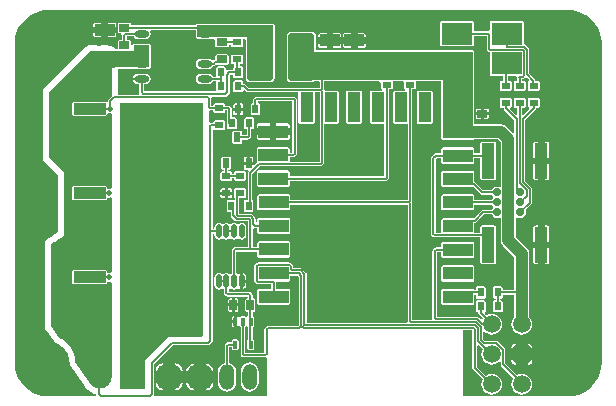
<source format=gtl>
G04 Layer_Physical_Order=1*
G04 Layer_Color=255*
%FSAX44Y44*%
%MOMM*%
G71*
G01*
G75*
G04:AMPARAMS|DCode=10|XSize=0.95mm|YSize=2.65mm|CornerRadius=0.0048mm|HoleSize=0mm|Usage=FLASHONLY|Rotation=90.000|XOffset=0mm|YOffset=0mm|HoleType=Round|Shape=RoundedRectangle|*
%AMROUNDEDRECTD10*
21,1,0.9500,2.6405,0,0,90.0*
21,1,0.9405,2.6500,0,0,90.0*
1,1,0.0095,1.3202,0.4703*
1,1,0.0095,1.3202,-0.4703*
1,1,0.0095,-1.3202,-0.4703*
1,1,0.0095,-1.3202,0.4703*
%
%ADD10ROUNDEDRECTD10*%
G04:AMPARAMS|DCode=11|XSize=5.55mm|YSize=6.8mm|CornerRadius=0.0278mm|HoleSize=0mm|Usage=FLASHONLY|Rotation=90.000|XOffset=0mm|YOffset=0mm|HoleType=Round|Shape=RoundedRectangle|*
%AMROUNDEDRECTD11*
21,1,5.5500,6.7445,0,0,90.0*
21,1,5.4945,6.8000,0,0,90.0*
1,1,0.0555,3.3723,2.7473*
1,1,0.0555,3.3723,-2.7473*
1,1,0.0555,-3.3723,-2.7473*
1,1,0.0555,-3.3723,2.7473*
%
%ADD11ROUNDEDRECTD11*%
G04:AMPARAMS|DCode=12|XSize=0.75mm|YSize=0.55mm|CornerRadius=0.0028mm|HoleSize=0mm|Usage=FLASHONLY|Rotation=180.000|XOffset=0mm|YOffset=0mm|HoleType=Round|Shape=RoundedRectangle|*
%AMROUNDEDRECTD12*
21,1,0.7500,0.5445,0,0,180.0*
21,1,0.7445,0.5500,0,0,180.0*
1,1,0.0055,-0.3723,0.2722*
1,1,0.0055,0.3723,0.2722*
1,1,0.0055,0.3723,-0.2722*
1,1,0.0055,-0.3723,-0.2722*
%
%ADD12ROUNDEDRECTD12*%
G04:AMPARAMS|DCode=13|XSize=0.75mm|YSize=0.55mm|CornerRadius=0.0028mm|HoleSize=0mm|Usage=FLASHONLY|Rotation=270.000|XOffset=0mm|YOffset=0mm|HoleType=Round|Shape=RoundedRectangle|*
%AMROUNDEDRECTD13*
21,1,0.7500,0.5445,0,0,270.0*
21,1,0.7445,0.5500,0,0,270.0*
1,1,0.0055,-0.2722,-0.3723*
1,1,0.0055,-0.2722,0.3723*
1,1,0.0055,0.2722,0.3723*
1,1,0.0055,0.2722,-0.3723*
%
%ADD13ROUNDEDRECTD13*%
G04:AMPARAMS|DCode=14|XSize=0.55mm|YSize=0.8mm|CornerRadius=0.0028mm|HoleSize=0mm|Usage=FLASHONLY|Rotation=180.000|XOffset=0mm|YOffset=0mm|HoleType=Round|Shape=RoundedRectangle|*
%AMROUNDEDRECTD14*
21,1,0.5500,0.7945,0,0,180.0*
21,1,0.5445,0.8000,0,0,180.0*
1,1,0.0055,-0.2722,0.3972*
1,1,0.0055,0.2722,0.3972*
1,1,0.0055,0.2722,-0.3972*
1,1,0.0055,-0.2722,-0.3972*
%
%ADD14ROUNDEDRECTD14*%
G04:AMPARAMS|DCode=15|XSize=0.35mm|YSize=0.6mm|CornerRadius=0.0018mm|HoleSize=0mm|Usage=FLASHONLY|Rotation=0.000|XOffset=0mm|YOffset=0mm|HoleType=Round|Shape=RoundedRectangle|*
%AMROUNDEDRECTD15*
21,1,0.3500,0.5965,0,0,0.0*
21,1,0.3465,0.6000,0,0,0.0*
1,1,0.0035,0.1732,-0.2983*
1,1,0.0035,-0.1732,-0.2983*
1,1,0.0035,-0.1732,0.2983*
1,1,0.0035,0.1732,0.2983*
%
%ADD15ROUNDEDRECTD15*%
G04:AMPARAMS|DCode=16|XSize=3mm|YSize=1.1mm|CornerRadius=0.055mm|HoleSize=0mm|Usage=FLASHONLY|Rotation=270.000|XOffset=0mm|YOffset=0mm|HoleType=Round|Shape=RoundedRectangle|*
%AMROUNDEDRECTD16*
21,1,3.0000,0.9900,0,0,270.0*
21,1,2.8900,1.1000,0,0,270.0*
1,1,0.1100,-0.4950,-1.4450*
1,1,0.1100,-0.4950,1.4450*
1,1,0.1100,0.4950,1.4450*
1,1,0.1100,0.4950,-1.4450*
%
%ADD16ROUNDEDRECTD16*%
G04:AMPARAMS|DCode=17|XSize=1.9mm|YSize=2.6mm|CornerRadius=0.0095mm|HoleSize=0mm|Usage=FLASHONLY|Rotation=90.000|XOffset=0mm|YOffset=0mm|HoleType=Round|Shape=RoundedRectangle|*
%AMROUNDEDRECTD17*
21,1,1.9000,2.5810,0,0,90.0*
21,1,1.8810,2.6000,0,0,90.0*
1,1,0.0190,1.2905,0.9405*
1,1,0.0190,1.2905,-0.9405*
1,1,0.0190,-1.2905,-0.9405*
1,1,0.0190,-1.2905,0.9405*
%
%ADD17ROUNDEDRECTD17*%
G04:AMPARAMS|DCode=18|XSize=0.85mm|YSize=0.6mm|CornerRadius=0.003mm|HoleSize=0mm|Usage=FLASHONLY|Rotation=180.000|XOffset=0mm|YOffset=0mm|HoleType=Round|Shape=RoundedRectangle|*
%AMROUNDEDRECTD18*
21,1,0.8500,0.5940,0,0,180.0*
21,1,0.8440,0.6000,0,0,180.0*
1,1,0.0060,-0.4220,0.2970*
1,1,0.0060,0.4220,0.2970*
1,1,0.0060,0.4220,-0.2970*
1,1,0.0060,-0.4220,-0.2970*
%
%ADD18ROUNDEDRECTD18*%
G04:AMPARAMS|DCode=19|XSize=0.85mm|YSize=0.6mm|CornerRadius=0.003mm|HoleSize=0mm|Usage=FLASHONLY|Rotation=90.000|XOffset=0mm|YOffset=0mm|HoleType=Round|Shape=RoundedRectangle|*
%AMROUNDEDRECTD19*
21,1,0.8500,0.5940,0,0,90.0*
21,1,0.8440,0.6000,0,0,90.0*
1,1,0.0060,0.2970,0.4220*
1,1,0.0060,0.2970,-0.4220*
1,1,0.0060,-0.2970,-0.4220*
1,1,0.0060,-0.2970,0.4220*
%
%ADD19ROUNDEDRECTD19*%
%ADD20O,0.5000X1.1500*%
G04:AMPARAMS|DCode=21|XSize=1.1mm|YSize=2.5mm|CornerRadius=0.0055mm|HoleSize=0mm|Usage=FLASHONLY|Rotation=270.000|XOffset=0mm|YOffset=0mm|HoleType=Round|Shape=RoundedRectangle|*
%AMROUNDEDRECTD21*
21,1,1.1000,2.4890,0,0,270.0*
21,1,1.0890,2.5000,0,0,270.0*
1,1,0.0110,-1.2445,-0.5445*
1,1,0.0110,-1.2445,0.5445*
1,1,0.0110,1.2445,0.5445*
1,1,0.0110,1.2445,-0.5445*
%
%ADD21ROUNDEDRECTD21*%
G04:AMPARAMS|DCode=22|XSize=1.1mm|YSize=2.5mm|CornerRadius=0.0055mm|HoleSize=0mm|Usage=FLASHONLY|Rotation=0.000|XOffset=0mm|YOffset=0mm|HoleType=Round|Shape=RoundedRectangle|*
%AMROUNDEDRECTD22*
21,1,1.1000,2.4890,0,0,0.0*
21,1,1.0890,2.5000,0,0,0.0*
1,1,0.0110,0.5445,-1.2445*
1,1,0.0110,-0.5445,-1.2445*
1,1,0.0110,-0.5445,1.2445*
1,1,0.0110,0.5445,1.2445*
%
%ADD22ROUNDEDRECTD22*%
G04:AMPARAMS|DCode=23|XSize=4mm|YSize=2.2mm|CornerRadius=0.22mm|HoleSize=0mm|Usage=FLASHONLY|Rotation=90.000|XOffset=0mm|YOffset=0mm|HoleType=Round|Shape=RoundedRectangle|*
%AMROUNDEDRECTD23*
21,1,4.0000,1.7600,0,0,90.0*
21,1,3.5600,2.2000,0,0,90.0*
1,1,0.4400,0.8800,1.7800*
1,1,0.4400,0.8800,-1.7800*
1,1,0.4400,-0.8800,-1.7800*
1,1,0.4400,-0.8800,1.7800*
%
%ADD23ROUNDEDRECTD23*%
G04:AMPARAMS|DCode=24|XSize=1.65mm|YSize=0.95mm|CornerRadius=0.0048mm|HoleSize=0mm|Usage=FLASHONLY|Rotation=180.000|XOffset=0mm|YOffset=0mm|HoleType=Round|Shape=RoundedRectangle|*
%AMROUNDEDRECTD24*
21,1,1.6500,0.9405,0,0,180.0*
21,1,1.6405,0.9500,0,0,180.0*
1,1,0.0095,-0.8203,0.4703*
1,1,0.0095,0.8203,0.4703*
1,1,0.0095,0.8203,-0.4703*
1,1,0.0095,-0.8203,-0.4703*
%
%ADD24ROUNDEDRECTD24*%
%ADD25O,1.2500X0.6000*%
%ADD26C,0.1270*%
%ADD27C,0.1524*%
%ADD28C,0.2032*%
%ADD29C,1.0160*%
%ADD30R,1.2236X0.2540*%
G04:AMPARAMS|DCode=31|XSize=1.27mm|YSize=2.2mm|CornerRadius=0.635mm|HoleSize=0mm|Usage=FLASHONLY|Rotation=0.000|XOffset=0mm|YOffset=0mm|HoleType=Round|Shape=RoundedRectangle|*
%AMROUNDEDRECTD31*
21,1,1.2700,0.9300,0,0,0.0*
21,1,0.0000,2.2000,0,0,0.0*
1,1,1.2700,0.0000,-0.4650*
1,1,1.2700,0.0000,-0.4650*
1,1,1.2700,0.0000,0.4650*
1,1,1.2700,0.0000,0.4650*
%
%ADD31ROUNDEDRECTD31*%
G04:AMPARAMS|DCode=32|XSize=2mm|YSize=2mm|CornerRadius=0.5mm|HoleSize=0mm|Usage=FLASHONLY|Rotation=0.000|XOffset=0mm|YOffset=0mm|HoleType=Round|Shape=RoundedRectangle|*
%AMROUNDEDRECTD32*
21,1,2.0000,1.0000,0,0,0.0*
21,1,1.0000,2.0000,0,0,0.0*
1,1,1.0000,0.5000,-0.5000*
1,1,1.0000,-0.5000,-0.5000*
1,1,1.0000,-0.5000,0.5000*
1,1,1.0000,0.5000,0.5000*
%
%ADD32ROUNDEDRECTD32*%
%ADD33C,3.5000*%
%ADD34O,3.0000X2.0000*%
%ADD35C,1.5000*%
G04:AMPARAMS|DCode=36|XSize=1.5mm|YSize=1.5mm|CornerRadius=0.15mm|HoleSize=0mm|Usage=FLASHONLY|Rotation=180.000|XOffset=0mm|YOffset=0mm|HoleType=Round|Shape=RoundedRectangle|*
%AMROUNDEDRECTD36*
21,1,1.5000,1.2000,0,0,180.0*
21,1,1.2000,1.5000,0,0,180.0*
1,1,0.3000,-0.6000,0.6000*
1,1,0.3000,0.6000,0.6000*
1,1,0.3000,0.6000,-0.6000*
1,1,0.3000,-0.6000,-0.6000*
%
%ADD36ROUNDEDRECTD36*%
G04:AMPARAMS|DCode=37|XSize=2mm|YSize=2mm|CornerRadius=0.2mm|HoleSize=0mm|Usage=FLASHONLY|Rotation=0.000|XOffset=0mm|YOffset=0mm|HoleType=Round|Shape=RoundedRectangle|*
%AMROUNDEDRECTD37*
21,1,2.0000,1.6000,0,0,0.0*
21,1,1.6000,2.0000,0,0,0.0*
1,1,0.4000,0.8000,-0.8000*
1,1,0.4000,-0.8000,-0.8000*
1,1,0.4000,-0.8000,0.8000*
1,1,0.4000,0.8000,0.8000*
%
%ADD37ROUNDEDRECTD37*%
%ADD38C,2.0000*%
%ADD39C,0.7000*%
%ADD40C,0.5000*%
G36*
X10474263Y10328213D02*
X10478621Y10327166D01*
X10482761Y10325450D01*
X10486583Y10323109D01*
X10489991Y10320198D01*
X10492903Y10316790D01*
X10495244Y10312968D01*
X10496960Y10308827D01*
X10498007Y10304469D01*
X10498259Y10301261D01*
X10498281Y10300000D01*
D01*
X10498282Y10298732D01*
Y10030000D01*
X10498346Y10029846D01*
X10498007Y10025532D01*
X10496960Y10021173D01*
X10495245Y10017032D01*
X10492903Y10013210D01*
X10489991Y10009802D01*
X10486583Y10006891D01*
X10482761Y10004550D01*
X10478621Y10002834D01*
X10474263Y10001788D01*
X10471055Y10001535D01*
X10469794Y10001512D01*
D01*
X10468525Y10001512D01*
X10380845D01*
Y10057190D01*
X10388710D01*
Y10025698D01*
X10388857Y10024954D01*
X10389279Y10024324D01*
X10397528Y10016075D01*
X10396649Y10013953D01*
X10396348Y10011664D01*
X10396649Y10009374D01*
X10397533Y10007241D01*
X10398939Y10005409D01*
X10400770Y10004003D01*
X10402904Y10003120D01*
X10405193Y10002819D01*
X10407483Y10003120D01*
X10409617Y10004003D01*
X10411448Y10005409D01*
X10412854Y10007241D01*
X10413738Y10009374D01*
X10414039Y10011664D01*
X10413738Y10013953D01*
X10412854Y10016087D01*
X10411448Y10017919D01*
X10409617Y10019324D01*
X10407483Y10020208D01*
X10405193Y10020510D01*
X10402904Y10020208D01*
X10400770Y10019324D01*
X10400205Y10018891D01*
X10392594Y10026502D01*
Y10044297D01*
X10393767Y10044783D01*
X10397395Y10041155D01*
X10396649Y10039354D01*
X10396348Y10037064D01*
X10396649Y10034775D01*
X10397533Y10032641D01*
X10398939Y10030809D01*
X10400770Y10029404D01*
X10402904Y10028520D01*
X10405193Y10028218D01*
X10407483Y10028520D01*
X10409617Y10029404D01*
X10411385Y10030762D01*
X10411825Y10030690D01*
X10412656Y10030408D01*
Y10028421D01*
X10412804Y10027678D01*
X10413225Y10027048D01*
X10423477Y10016796D01*
X10422933Y10016087D01*
X10422050Y10013953D01*
X10421748Y10011664D01*
X10422050Y10009374D01*
X10422933Y10007241D01*
X10424338Y10005409D01*
X10426171Y10004003D01*
X10428304Y10003120D01*
X10430593Y10002819D01*
X10432883Y10003120D01*
X10435016Y10004003D01*
X10436848Y10005409D01*
X10438254Y10007241D01*
X10439138Y10009374D01*
X10439438Y10011664D01*
X10439138Y10013953D01*
X10438254Y10016087D01*
X10436848Y10017919D01*
X10435016Y10019324D01*
X10432883Y10020208D01*
X10430593Y10020510D01*
X10428304Y10020208D01*
X10426362Y10019404D01*
X10416541Y10029225D01*
Y10040959D01*
X10416393Y10041703D01*
X10415972Y10042333D01*
X10410463Y10047842D01*
X10409833Y10048264D01*
X10409089Y10048411D01*
X10399225D01*
X10397675Y10049962D01*
Y10055881D01*
X10398877Y10056290D01*
X10398939Y10056209D01*
X10400770Y10054803D01*
X10402904Y10053920D01*
X10405193Y10053618D01*
X10407483Y10053920D01*
X10409617Y10054803D01*
X10411448Y10056209D01*
X10412854Y10058041D01*
X10413738Y10060175D01*
X10414039Y10062464D01*
X10413738Y10064753D01*
X10412854Y10066887D01*
X10411448Y10068719D01*
X10409617Y10070125D01*
X10407483Y10071008D01*
X10405193Y10071310D01*
X10402904Y10071008D01*
X10400770Y10070125D01*
X10400493Y10069911D01*
X10399117Y10071287D01*
X10399415Y10072784D01*
X10399507Y10072822D01*
X10399918Y10073815D01*
Y10081260D01*
X10399507Y10082253D01*
X10398513Y10082665D01*
X10393069D01*
X10392075Y10082253D01*
X10391664Y10081260D01*
Y10073815D01*
X10392075Y10072822D01*
X10393069Y10072411D01*
X10393849D01*
Y10071866D01*
X10393997Y10071123D01*
X10394418Y10070493D01*
X10397355Y10067556D01*
X10397057Y10066808D01*
X10395665Y10066525D01*
X10394065Y10068126D01*
X10393435Y10068546D01*
X10392692Y10068694D01*
X10358793D01*
Y10123602D01*
X10362543D01*
Y10120099D01*
X10362963Y10119085D01*
X10363977Y10118665D01*
X10388866D01*
X10389880Y10119085D01*
X10390300Y10120099D01*
Y10130989D01*
X10389880Y10132003D01*
X10388866Y10132423D01*
X10363977D01*
X10362963Y10132003D01*
X10362543Y10130989D01*
Y10127487D01*
X10357700D01*
X10357700Y10127487D01*
X10356957Y10127338D01*
X10356327Y10126917D01*
X10355476Y10126068D01*
X10355055Y10125437D01*
X10354907Y10124694D01*
Y10067798D01*
X10354982Y10067424D01*
X10354396Y10066414D01*
X10354130Y10066154D01*
X10337964D01*
Y10164547D01*
X10337816Y10165290D01*
X10337567Y10165663D01*
X10337869Y10166115D01*
X10338016Y10166858D01*
Y10261183D01*
X10339797D01*
X10340790Y10261594D01*
X10341201Y10262587D01*
Y10268032D01*
X10341246Y10268099D01*
X10362601Y10268099D01*
X10362601Y10230955D01*
X10362543Y10230811D01*
Y10219921D01*
X10362963Y10218907D01*
X10363977Y10218487D01*
X10388866D01*
X10389844Y10218892D01*
X10410214D01*
X10412860Y10216246D01*
Y10178851D01*
X10411740Y10178253D01*
X10411289Y10178553D01*
X10409427Y10178923D01*
X10407567Y10178553D01*
X10405989Y10177499D01*
X10404989Y10176002D01*
X10397950D01*
X10391752Y10182202D01*
X10391122Y10182623D01*
X10390378Y10182770D01*
X10390300D01*
Y10190933D01*
X10389880Y10191947D01*
X10388866Y10192367D01*
X10363977D01*
X10362963Y10191947D01*
X10362543Y10190933D01*
Y10180043D01*
X10362963Y10179029D01*
X10363977Y10178609D01*
X10388866D01*
X10389535Y10178885D01*
X10389574D01*
X10395773Y10172687D01*
X10396403Y10172266D01*
X10397146Y10172118D01*
X10404989D01*
X10405989Y10170621D01*
X10406165Y10170504D01*
Y10169234D01*
X10405989Y10169117D01*
X10404989Y10167620D01*
X10390300D01*
Y10171121D01*
X10389880Y10172135D01*
X10388866Y10172555D01*
X10363977D01*
X10362963Y10172135D01*
X10362543Y10171121D01*
Y10160231D01*
X10362963Y10159217D01*
X10363977Y10158797D01*
X10388866D01*
X10389880Y10159217D01*
X10390300Y10160231D01*
Y10163736D01*
X10404989D01*
X10405989Y10162239D01*
X10406165Y10162122D01*
Y10160852D01*
X10405989Y10160735D01*
X10404989Y10159238D01*
X10397834D01*
X10397091Y10159091D01*
X10396461Y10158669D01*
X10396460Y10158669D01*
X10389828Y10152036D01*
X10389347D01*
X10388866Y10152235D01*
X10363977D01*
X10362963Y10151815D01*
X10362543Y10150801D01*
Y10139911D01*
X10362531Y10139893D01*
X10357776D01*
Y10202375D01*
X10358759Y10203358D01*
X10362543D01*
Y10199855D01*
X10362963Y10198841D01*
X10363977Y10198421D01*
X10388866D01*
X10389880Y10198841D01*
X10390300Y10199855D01*
Y10203358D01*
X10395363D01*
Y10186320D01*
X10395504Y10185610D01*
X10395906Y10185008D01*
X10396508Y10184606D01*
X10397218Y10184464D01*
X10407118D01*
X10407828Y10184606D01*
X10408430Y10185008D01*
X10408833Y10185610D01*
X10408973Y10186320D01*
Y10215220D01*
X10408833Y10215930D01*
X10408430Y10216532D01*
X10407828Y10216934D01*
X10407118Y10217076D01*
X10397218D01*
X10396508Y10216934D01*
X10395906Y10216532D01*
X10395504Y10215930D01*
X10395363Y10215220D01*
Y10207242D01*
X10390300D01*
Y10210745D01*
X10389880Y10211759D01*
X10388866Y10212179D01*
X10363977D01*
X10362963Y10211759D01*
X10362543Y10210745D01*
Y10207242D01*
X10357954D01*
X10357211Y10207095D01*
X10356581Y10206674D01*
X10354460Y10204553D01*
X10354039Y10203923D01*
X10353892Y10203180D01*
Y10138918D01*
X10354039Y10138174D01*
X10354460Y10137545D01*
X10355427Y10136578D01*
X10355427Y10136578D01*
X10356057Y10136157D01*
X10356801Y10136009D01*
X10356801Y10136009D01*
X10395363D01*
Y10115320D01*
X10395504Y10114610D01*
X10395906Y10114008D01*
X10396508Y10113605D01*
X10397218Y10113464D01*
X10407118D01*
X10407828Y10113605D01*
X10408430Y10114008D01*
X10408833Y10114610D01*
X10408973Y10115320D01*
Y10144220D01*
X10408833Y10144930D01*
X10408430Y10145532D01*
X10407828Y10145934D01*
X10407118Y10146075D01*
X10397218D01*
X10396508Y10145934D01*
X10395906Y10145532D01*
X10395504Y10144930D01*
X10395363Y10144220D01*
Y10139893D01*
X10390312D01*
X10390300Y10139911D01*
Y10148152D01*
X10390632D01*
X10391376Y10148300D01*
X10392006Y10148721D01*
X10398639Y10155354D01*
X10404989D01*
X10405989Y10153857D01*
X10407567Y10152803D01*
X10409427Y10152433D01*
X10411289Y10152803D01*
X10411740Y10153104D01*
X10412860Y10152505D01*
Y10133545D01*
X10413352Y10131067D01*
X10414756Y10128967D01*
X10424119Y10119603D01*
Y10091253D01*
X10414418D01*
Y10093033D01*
X10414006Y10094026D01*
X10413014Y10094437D01*
X10407568D01*
X10406576Y10094026D01*
X10406165Y10093033D01*
Y10085588D01*
X10406576Y10084595D01*
X10407568Y10084183D01*
X10408348D01*
Y10082665D01*
X10407568D01*
X10406576Y10082253D01*
X10406165Y10081260D01*
Y10073815D01*
X10406576Y10072822D01*
X10407568Y10072411D01*
X10413014D01*
X10414006Y10072822D01*
X10414418Y10073815D01*
Y10081260D01*
X10414006Y10082253D01*
X10413014Y10082665D01*
X10412234D01*
Y10084183D01*
X10413014D01*
X10414006Y10084595D01*
X10414418Y10085588D01*
Y10087368D01*
X10424119D01*
Y10068433D01*
X10422933Y10066887D01*
X10422050Y10064753D01*
X10421748Y10062464D01*
X10422050Y10060175D01*
X10422933Y10058041D01*
X10424338Y10056209D01*
X10426171Y10054803D01*
X10428304Y10053920D01*
X10430593Y10053618D01*
X10432883Y10053920D01*
X10435016Y10054803D01*
X10436848Y10056209D01*
X10438254Y10058041D01*
X10439138Y10060175D01*
X10439438Y10062464D01*
X10439138Y10064753D01*
X10438254Y10066887D01*
X10437068Y10068433D01*
Y10122285D01*
X10436575Y10124763D01*
X10435171Y10126863D01*
X10425808Y10136226D01*
Y10152505D01*
X10426929Y10153104D01*
X10427379Y10152803D01*
X10429240Y10152433D01*
X10431101Y10152803D01*
X10432679Y10153857D01*
X10433733Y10155435D01*
X10434104Y10157296D01*
X10433752Y10159061D01*
X10438558Y10163868D01*
X10438979Y10164498D01*
X10439127Y10165241D01*
Y10177351D01*
X10439127Y10177351D01*
X10438979Y10178094D01*
X10438558Y10178724D01*
X10433341Y10183942D01*
Y10235522D01*
X10442004Y10244186D01*
X10442004Y10244186D01*
X10442426Y10244816D01*
X10442573Y10245559D01*
Y10245818D01*
X10444354D01*
X10445347Y10246229D01*
X10445758Y10247223D01*
Y10252667D01*
X10445347Y10253661D01*
X10444354Y10254072D01*
X10436909D01*
X10435916Y10253661D01*
X10435504Y10252667D01*
Y10247223D01*
X10435916Y10246229D01*
X10436511Y10245983D01*
X10436970Y10244645D01*
X10431975Y10239650D01*
X10430801Y10240135D01*
Y10245818D01*
X10432582D01*
X10433574Y10246229D01*
X10433986Y10247223D01*
Y10252667D01*
X10433574Y10253661D01*
X10432582Y10254072D01*
X10425137D01*
X10424143Y10253661D01*
X10423732Y10252667D01*
Y10247223D01*
X10424143Y10246229D01*
X10425137Y10245818D01*
X10426917D01*
Y10240135D01*
X10425743Y10239650D01*
X10420748Y10244645D01*
X10421206Y10245983D01*
X10421802Y10246229D01*
X10422213Y10247223D01*
Y10252667D01*
X10421802Y10253661D01*
X10420809Y10254072D01*
X10413364D01*
X10412371Y10253661D01*
X10411959Y10252667D01*
Y10247223D01*
X10412371Y10246229D01*
X10413364Y10245818D01*
X10415144D01*
Y10245559D01*
X10415292Y10244816D01*
X10415713Y10244186D01*
X10424376Y10235522D01*
Y10224838D01*
X10423107Y10224312D01*
X10417474Y10229944D01*
X10415374Y10231348D01*
X10412896Y10231840D01*
X10390293D01*
X10390293Y10293096D01*
X10389891Y10294069D01*
X10388918Y10294470D01*
X10256370D01*
Y10300087D01*
X10256370D01*
Y10305486D01*
X10256370D01*
Y10306360D01*
X10256100Y10307714D01*
X10255333Y10308861D01*
X10254186Y10309628D01*
X10252831Y10309897D01*
X10235231D01*
X10233878Y10309628D01*
X10232729Y10308861D01*
X10231963Y10307714D01*
X10231694Y10306360D01*
Y10270759D01*
X10231963Y10269406D01*
X10232729Y10268258D01*
X10233878Y10267491D01*
X10235231Y10267222D01*
X10252831D01*
X10254186Y10267491D01*
X10255095Y10268099D01*
X10258480Y10268099D01*
X10259379Y10267201D01*
Y10262551D01*
X10259368Y10262542D01*
X10199651D01*
X10196934Y10265260D01*
X10196303Y10265680D01*
X10195560Y10265829D01*
X10194636D01*
Y10267609D01*
X10194224Y10268601D01*
X10193231Y10269012D01*
X10187786D01*
X10186793Y10268601D01*
X10186382Y10267609D01*
Y10260164D01*
X10186793Y10259170D01*
X10187786Y10258759D01*
X10193231D01*
X10194224Y10259170D01*
X10194636Y10260164D01*
Y10260267D01*
X10195906Y10260793D01*
X10197474Y10259226D01*
X10198104Y10258805D01*
X10198847Y10258657D01*
X10241515D01*
X10241526Y10258639D01*
Y10233749D01*
X10241946Y10232735D01*
X10242960Y10232315D01*
X10253850D01*
X10254865Y10232735D01*
X10255284Y10233749D01*
Y10258639D01*
X10255297Y10258657D01*
X10259368D01*
X10259379Y10258646D01*
Y10200092D01*
X10234103D01*
X10234091Y10200109D01*
Y10203611D01*
X10236796D01*
X10237539Y10203760D01*
X10238170Y10204180D01*
X10239605Y10205616D01*
X10239605Y10205616D01*
X10240027Y10206247D01*
X10240175Y10206990D01*
X10240175Y10206990D01*
Y10252456D01*
X10240027Y10253199D01*
X10239605Y10253829D01*
X10239605Y10253829D01*
X10238843Y10254591D01*
X10238214Y10255012D01*
X10237470Y10255160D01*
X10205974D01*
X10205231Y10255012D01*
X10204601Y10254591D01*
X10203723Y10253713D01*
X10203301Y10253083D01*
X10203154Y10252340D01*
Y10249543D01*
X10202374D01*
X10201381Y10249132D01*
X10200969Y10248138D01*
Y10240695D01*
X10201381Y10239701D01*
X10202374Y10239290D01*
X10207819D01*
X10208812Y10239701D01*
X10209223Y10240695D01*
Y10248138D01*
X10208812Y10249132D01*
X10207819Y10249543D01*
X10207039D01*
Y10251276D01*
X10236290D01*
Y10207795D01*
X10235991Y10207496D01*
X10234091D01*
Y10210999D01*
X10233671Y10212013D01*
X10232656Y10212433D01*
X10207767D01*
X10206752Y10212013D01*
X10206332Y10210999D01*
Y10200109D01*
X10206635Y10199378D01*
X10204573Y10197316D01*
X10204305Y10197427D01*
X10199273D01*
X10195146D01*
Y10194724D01*
X10195557Y10193731D01*
X10196550Y10193320D01*
X10198917D01*
X10199404Y10192146D01*
X10199266Y10192009D01*
X10198845Y10191379D01*
X10198698Y10190636D01*
Y10167921D01*
X10196572D01*
X10195579Y10167510D01*
X10195168Y10166517D01*
Y10159072D01*
X10195579Y10158079D01*
X10196572Y10157667D01*
X10202017D01*
X10203010Y10158079D01*
X10203422Y10159072D01*
Y10166517D01*
X10203010Y10167510D01*
X10202582Y10167687D01*
Y10189832D01*
X10208958Y10196207D01*
X10260378D01*
X10261122Y10196354D01*
X10261753Y10196776D01*
X10262694Y10197717D01*
X10263115Y10198347D01*
X10263263Y10199091D01*
Y10232303D01*
X10263280Y10232315D01*
X10274170D01*
X10275184Y10232735D01*
X10275604Y10233749D01*
Y10258639D01*
X10275184Y10259653D01*
X10274170Y10260073D01*
X10264021D01*
X10263721Y10260382D01*
X10263174Y10261299D01*
X10263263Y10261747D01*
X10263263Y10261747D01*
Y10268099D01*
X10309894Y10268099D01*
X10311135Y10266830D01*
Y10262587D01*
X10311547Y10261594D01*
X10312152Y10261343D01*
X10311899Y10260073D01*
X10303413D01*
X10302399Y10259653D01*
X10301979Y10258639D01*
Y10233749D01*
X10302399Y10232735D01*
X10303413Y10232315D01*
X10314303D01*
X10314320Y10232303D01*
Y10187684D01*
X10234091D01*
Y10191187D01*
X10233671Y10192201D01*
X10232656Y10192621D01*
X10207767D01*
X10206752Y10192201D01*
X10206332Y10191187D01*
Y10180297D01*
X10206752Y10179283D01*
X10207767Y10178863D01*
X10232656D01*
X10233671Y10179283D01*
X10234091Y10180297D01*
Y10183799D01*
X10315386D01*
X10316129Y10183948D01*
X10316759Y10184369D01*
X10317635Y10185245D01*
X10317635Y10185246D01*
X10318057Y10185876D01*
X10318204Y10186619D01*
X10318204Y10186619D01*
Y10261183D01*
X10319985D01*
X10320978Y10261594D01*
X10321389Y10262587D01*
Y10268032D01*
X10321434Y10268099D01*
X10329706Y10268099D01*
X10330947Y10266830D01*
Y10262587D01*
X10331359Y10261594D01*
X10331964Y10261343D01*
X10331711Y10260073D01*
X10323225D01*
X10322211Y10259653D01*
X10321791Y10258639D01*
Y10233749D01*
X10322211Y10232735D01*
X10323225Y10232315D01*
X10334115D01*
X10334132Y10232303D01*
Y10167662D01*
X10334088Y10167618D01*
X10234344D01*
Y10171121D01*
X10233925Y10172135D01*
X10232911Y10172555D01*
X10208021D01*
X10207006Y10172135D01*
X10206586Y10171121D01*
Y10160231D01*
X10207006Y10159217D01*
X10208021Y10158797D01*
X10232911D01*
X10233925Y10159217D01*
X10234344Y10160231D01*
Y10163734D01*
X10334080D01*
Y10065258D01*
X10334154Y10064884D01*
X10333568Y10063873D01*
X10333302Y10063615D01*
X10248556D01*
Y10104664D01*
X10248408Y10105407D01*
X10247987Y10106038D01*
X10247987Y10106038D01*
X10244634Y10109391D01*
X10244004Y10109813D01*
X10243260Y10109960D01*
X10236813D01*
Y10111735D01*
X10236813Y10111735D01*
X10236665Y10112478D01*
X10236244Y10113109D01*
X10235096Y10114257D01*
X10234466Y10114678D01*
X10233723Y10114825D01*
X10207209D01*
X10207209Y10114825D01*
X10206465Y10114678D01*
X10205836Y10114257D01*
X10204687Y10113109D01*
X10204266Y10112478D01*
X10204118Y10111735D01*
Y10099221D01*
X10204266Y10098478D01*
X10204687Y10097848D01*
X10205836Y10096700D01*
X10206465Y10096279D01*
X10207209Y10096131D01*
X10207209Y10096131D01*
X10218523D01*
Y10092545D01*
X10208021D01*
X10207006Y10092125D01*
X10206586Y10091111D01*
Y10080221D01*
X10207006Y10079207D01*
X10208021Y10078787D01*
X10232911D01*
X10233925Y10079207D01*
X10234344Y10080221D01*
Y10091111D01*
X10233925Y10092125D01*
X10232911Y10092545D01*
X10222408D01*
Y10097894D01*
X10222986Y10098599D01*
X10232911D01*
X10233925Y10099019D01*
X10234344Y10100033D01*
Y10103536D01*
X10241404D01*
X10242131Y10102808D01*
Y10061744D01*
X10241461Y10061074D01*
X10215602D01*
X10214859Y10060927D01*
X10214229Y10060505D01*
X10213113Y10059390D01*
X10212692Y10058759D01*
X10212544Y10058016D01*
Y10038244D01*
X10196381D01*
Y10059833D01*
X10197470Y10060743D01*
X10198678Y10060469D01*
Y10049407D01*
X10198221Y10049218D01*
X10197812Y10048232D01*
Y10042267D01*
X10198221Y10041282D01*
X10199206Y10040874D01*
X10202671D01*
X10203657Y10041282D01*
X10204064Y10042267D01*
Y10048232D01*
X10203657Y10049218D01*
X10202822Y10049564D01*
Y10060436D01*
X10203657Y10060782D01*
X10204064Y10061768D01*
Y10067733D01*
X10203657Y10068718D01*
X10202822Y10069064D01*
Y10073103D01*
X10203720D01*
X10204715Y10073515D01*
X10205127Y10074510D01*
Y10082950D01*
X10204715Y10083945D01*
X10203720Y10084357D01*
X10202822D01*
Y10086738D01*
X10202822Y10086738D01*
X10202664Y10087531D01*
X10202215Y10088203D01*
X10202215Y10088203D01*
X10201089Y10089329D01*
X10200417Y10089778D01*
X10199624Y10089936D01*
X10199624Y10089936D01*
X10182572D01*
Y10092298D01*
X10182897Y10092516D01*
X10183750Y10092648D01*
X10184603Y10092516D01*
X10185529Y10091897D01*
X10187000Y10091604D01*
X10188471Y10091897D01*
X10189398Y10092516D01*
X10190250Y10092648D01*
X10191102Y10092516D01*
X10192029Y10091897D01*
X10192231Y10091857D01*
Y10098698D01*
Y10105540D01*
X10192029Y10105499D01*
X10191102Y10104880D01*
X10190017Y10104713D01*
X10188942Y10105568D01*
Y10123856D01*
X10206586D01*
Y10120353D01*
X10207006Y10119339D01*
X10208021Y10118919D01*
X10232911D01*
X10233925Y10119339D01*
X10234344Y10120353D01*
Y10131243D01*
X10233925Y10132257D01*
X10232911Y10132677D01*
X10208021D01*
X10207006Y10132257D01*
X10206586Y10131243D01*
Y10127740D01*
X10202692D01*
Y10143163D01*
X10203962Y10143843D01*
X10204003Y10143815D01*
X10204746Y10143668D01*
X10206586D01*
Y10140165D01*
X10207006Y10139151D01*
X10208021Y10138731D01*
X10232911D01*
X10233925Y10139151D01*
X10234344Y10140165D01*
Y10151055D01*
X10233925Y10152069D01*
X10232911Y10152489D01*
X10208021D01*
X10207006Y10152069D01*
X10206586Y10151055D01*
Y10149636D01*
X10205316Y10149012D01*
X10205233Y10149077D01*
Y10151798D01*
X10205233Y10151798D01*
X10205084Y10152542D01*
X10204664Y10153171D01*
X10204664Y10153171D01*
X10202303Y10155532D01*
X10201674Y10155953D01*
X10200930Y10156100D01*
X10191406D01*
Y10169273D01*
X10195767D01*
X10196761Y10169684D01*
X10197172Y10170677D01*
Y10176122D01*
X10196761Y10177115D01*
X10195767Y10177527D01*
X10188323D01*
X10187330Y10177115D01*
X10186918Y10176122D01*
Y10170677D01*
X10187330Y10169684D01*
X10187522Y10169605D01*
Y10167924D01*
X10187517Y10167921D01*
X10182072D01*
X10181079Y10167510D01*
X10180668Y10166517D01*
Y10159072D01*
X10181079Y10158079D01*
X10182072Y10157667D01*
X10184220D01*
Y10154884D01*
X10184368Y10154141D01*
X10184789Y10153511D01*
X10188054Y10150245D01*
X10188685Y10149824D01*
X10189428Y10149676D01*
X10198808D01*
Y10127740D01*
X10188013D01*
X10187269Y10127593D01*
X10186639Y10127172D01*
X10185627Y10126159D01*
X10185206Y10125529D01*
X10185058Y10124785D01*
Y10105568D01*
X10183983Y10104713D01*
X10182897Y10104880D01*
X10181971Y10105499D01*
X10180500Y10105792D01*
X10179029Y10105499D01*
X10178102Y10104880D01*
X10177250Y10104749D01*
X10176398Y10104880D01*
X10175471Y10105499D01*
X10174000Y10105792D01*
X10172529Y10105499D01*
X10171282Y10104666D01*
X10170449Y10103419D01*
X10170156Y10101948D01*
Y10095448D01*
X10170449Y10093977D01*
X10171282Y10092730D01*
X10172529Y10091897D01*
X10174000Y10091604D01*
X10175471Y10091897D01*
X10176398Y10092516D01*
X10177250Y10092648D01*
X10178102Y10092516D01*
X10178428Y10092298D01*
Y10088954D01*
X10178428Y10088954D01*
X10178586Y10088161D01*
X10179035Y10087489D01*
X10180125Y10086399D01*
X10180125Y10086399D01*
X10180797Y10085950D01*
X10181590Y10085792D01*
X10198678D01*
Y10084357D01*
X10197780D01*
X10196785Y10083945D01*
X10196373Y10082950D01*
Y10074510D01*
X10196785Y10073515D01*
X10197780Y10073103D01*
X10198678D01*
Y10069799D01*
X10197487Y10068718D01*
X10197156D01*
X10196891Y10068828D01*
X10196171Y10069126D01*
X10192706D01*
X10191721Y10068718D01*
X10190656D01*
X10190391Y10068828D01*
X10189671Y10069126D01*
X10189208D01*
Y10064750D01*
Y10060374D01*
X10189671D01*
X10190656Y10060782D01*
X10191721D01*
X10191985Y10060672D01*
X10192496Y10060461D01*
Y10037260D01*
X10192644Y10036517D01*
X10193065Y10035887D01*
X10194023Y10034929D01*
X10194023Y10034929D01*
X10194653Y10034507D01*
X10195397Y10034360D01*
X10195397Y10034360D01*
X10213594D01*
X10213747Y10034390D01*
X10214901Y10033627D01*
X10215017Y10033447D01*
Y10001512D01*
X10119964D01*
X10119631Y10001918D01*
X10119171Y10002782D01*
X10119270Y10003282D01*
X10119270Y10003282D01*
Y10028640D01*
X10135151Y10044520D01*
X10164826D01*
X10165569Y10044667D01*
X10166199Y10045089D01*
X10168231Y10047120D01*
X10168652Y10047751D01*
X10168800Y10048494D01*
Y10139256D01*
X10170156D01*
Y10137948D01*
X10170449Y10136477D01*
X10171282Y10135230D01*
X10172529Y10134397D01*
X10174000Y10134104D01*
X10175471Y10134397D01*
X10176398Y10135016D01*
X10177250Y10135148D01*
X10178102Y10135016D01*
X10179029Y10134397D01*
X10180500Y10134104D01*
X10181971Y10134397D01*
X10182897Y10135016D01*
X10183750Y10135148D01*
X10184603Y10135016D01*
X10185529Y10134397D01*
X10187000Y10134104D01*
X10188471Y10134397D01*
X10189398Y10135016D01*
X10190250Y10135148D01*
X10191102Y10135016D01*
X10192029Y10134397D01*
X10193500Y10134104D01*
X10194971Y10134397D01*
X10196218Y10135230D01*
X10197051Y10136477D01*
X10197344Y10137948D01*
Y10144448D01*
X10197051Y10145919D01*
X10196218Y10147166D01*
X10194971Y10147999D01*
X10193500Y10148292D01*
X10192029Y10147999D01*
X10191102Y10147380D01*
X10190250Y10147249D01*
X10189398Y10147380D01*
X10188471Y10147999D01*
X10187000Y10148292D01*
X10185529Y10147999D01*
X10184603Y10147380D01*
X10183750Y10147249D01*
X10182897Y10147380D01*
X10181971Y10147999D01*
X10180500Y10148292D01*
X10179029Y10147999D01*
X10178102Y10147380D01*
X10177250Y10147249D01*
X10176398Y10147380D01*
X10175471Y10147999D01*
X10174000Y10148292D01*
X10172529Y10147999D01*
X10171282Y10147166D01*
X10170449Y10145919D01*
X10170156Y10144448D01*
Y10143140D01*
X10168800D01*
Y10226572D01*
X10170070Y10227142D01*
X10170756Y10226858D01*
X10178201D01*
X10179194Y10227269D01*
X10179605Y10228262D01*
Y10233707D01*
X10179194Y10234700D01*
X10178201Y10235112D01*
X10170756D01*
X10169763Y10234700D01*
X10169351Y10233707D01*
Y10232927D01*
X10167830D01*
X10167357Y10232833D01*
X10166454Y10233323D01*
X10166087Y10233639D01*
X10166087Y10243245D01*
X10166450Y10243542D01*
X10169351D01*
Y10242762D01*
X10169763Y10241770D01*
X10170756Y10241359D01*
X10178201D01*
X10179194Y10241770D01*
X10179605Y10242762D01*
Y10243542D01*
X10181172D01*
Y10236496D01*
X10181118Y10236367D01*
Y10228922D01*
X10181530Y10227928D01*
X10182523Y10227517D01*
X10187968D01*
X10188961Y10227928D01*
X10189372Y10228922D01*
Y10236367D01*
X10188961Y10237360D01*
X10187968Y10237771D01*
X10185056D01*
Y10244583D01*
X10184908Y10245325D01*
X10184487Y10245956D01*
X10183585Y10246858D01*
X10182954Y10247279D01*
X10182211Y10247428D01*
X10179605D01*
Y10248208D01*
X10179194Y10249200D01*
X10178201Y10249612D01*
X10170756D01*
X10169763Y10249200D01*
X10169351Y10248208D01*
Y10247428D01*
X10167442D01*
Y10253425D01*
X10167381Y10253734D01*
X10168021Y10254795D01*
X10168264Y10255005D01*
X10179175D01*
X10180067Y10255182D01*
X10180823Y10255687D01*
X10182730Y10257594D01*
X10183235Y10258351D01*
X10183413Y10259242D01*
Y10272827D01*
X10183914Y10273328D01*
X10186382D01*
Y10271936D01*
X10186793Y10270944D01*
X10187786Y10270531D01*
X10193231D01*
X10194224Y10270944D01*
X10194636Y10271936D01*
Y10279381D01*
X10194224Y10280374D01*
X10193231Y10280785D01*
X10191840D01*
Y10282554D01*
X10193231D01*
X10194224Y10282965D01*
X10194636Y10283959D01*
Y10289403D01*
X10194224Y10290397D01*
X10193231Y10290808D01*
X10185786D01*
X10184793Y10290397D01*
X10184382Y10289403D01*
Y10283959D01*
X10184793Y10282965D01*
X10185786Y10282554D01*
X10187178D01*
Y10280533D01*
X10186793Y10280374D01*
X10186382Y10279381D01*
Y10277990D01*
X10182949D01*
X10182057Y10277812D01*
X10181406Y10277377D01*
X10180770Y10277527D01*
X10180135Y10277789D01*
Y10279381D01*
X10179724Y10280374D01*
X10178732Y10280785D01*
X10173286D01*
X10172293Y10280374D01*
X10171882Y10279381D01*
Y10272178D01*
X10169324D01*
X10168565Y10273314D01*
X10167152Y10274258D01*
X10165486Y10274590D01*
X10158986D01*
X10157321Y10274258D01*
X10155908Y10273314D01*
X10154964Y10271902D01*
X10154633Y10270236D01*
X10154964Y10268569D01*
X10155908Y10267157D01*
X10157321Y10266213D01*
X10158986Y10265883D01*
X10165486D01*
X10167152Y10266213D01*
X10168565Y10267157D01*
X10169324Y10268293D01*
X10171424D01*
X10171882Y10267609D01*
Y10260164D01*
X10171550Y10259666D01*
X10111129D01*
X10111068Y10259727D01*
Y10265883D01*
X10111987D01*
X10113652Y10266213D01*
X10115065Y10267157D01*
X10116008Y10268569D01*
X10116340Y10270236D01*
X10116008Y10271902D01*
X10115065Y10273314D01*
X10113652Y10274258D01*
X10111987Y10274590D01*
X10105486D01*
X10103820Y10274258D01*
X10102408Y10273314D01*
X10101464Y10271902D01*
X10101133Y10270236D01*
X10101464Y10268569D01*
X10102408Y10267157D01*
X10103820Y10266213D01*
X10105486Y10265883D01*
X10106406D01*
Y10258762D01*
X10106583Y10257870D01*
X10106746Y10257627D01*
X10106110Y10256356D01*
X10088729D01*
Y10278513D01*
X10114987Y10278513D01*
X10115958Y10278916D01*
X10116361Y10279888D01*
Y10298715D01*
X10115958Y10299686D01*
X10114987Y10300089D01*
X10102408D01*
X10101436Y10299686D01*
X10101033Y10298715D01*
X10099841Y10298903D01*
Y10301632D01*
X10099429Y10302627D01*
X10098434Y10303040D01*
X10096285D01*
Y10306058D01*
X10101873D01*
X10102408Y10305258D01*
X10103820Y10304314D01*
X10105486Y10303982D01*
X10111987D01*
X10113652Y10304314D01*
X10115065Y10305258D01*
X10116008Y10306670D01*
X10116340Y10308336D01*
X10116008Y10310002D01*
X10115892Y10310176D01*
X10116491Y10311296D01*
X10154533D01*
Y10306187D01*
X10154533Y10306187D01*
X10154936Y10305214D01*
X10155834Y10304316D01*
X10156806Y10303914D01*
X10156806Y10303914D01*
X10170234Y10303914D01*
X10171132Y10303015D01*
Y10298212D01*
X10171544Y10297216D01*
X10172539Y10296804D01*
X10180979D01*
X10181974Y10297216D01*
X10182386Y10298212D01*
Y10299238D01*
X10184382D01*
Y10298458D01*
X10184793Y10297466D01*
X10185786Y10297054D01*
X10193231D01*
X10194224Y10297466D01*
X10194636Y10298458D01*
Y10303647D01*
X10195742Y10303783D01*
X10196693Y10302900D01*
Y10270759D01*
X10196963Y10269406D01*
X10197729Y10268258D01*
X10198878Y10267491D01*
X10200231Y10267222D01*
X10217831D01*
X10219185Y10267491D01*
X10220333Y10268258D01*
X10221100Y10269406D01*
X10221370Y10270759D01*
Y10306360D01*
X10221318Y10306615D01*
X10221318Y10315559D01*
X10220916Y10316532D01*
X10219944Y10316934D01*
X10155908D01*
X10154936Y10316532D01*
X10154533Y10315559D01*
Y10315439D01*
X10099841D01*
Y10316132D01*
X10099429Y10317126D01*
X10098434Y10317539D01*
X10089994D01*
X10088999Y10317126D01*
X10088587Y10316132D01*
Y10310192D01*
X10088999Y10309197D01*
X10089994Y10308785D01*
X10091391D01*
X10091669Y10308502D01*
X10092231Y10307515D01*
X10092142Y10307065D01*
X10092142Y10307065D01*
Y10303040D01*
X10089994D01*
X10088999Y10302627D01*
X10088587Y10301632D01*
Y10295692D01*
X10088450Y10295487D01*
X10087138D01*
X10087070Y10295532D01*
X10086965Y10295669D01*
X10086010Y10296506D01*
X10085861Y10296592D01*
X10085748Y10296721D01*
X10084991Y10297095D01*
X10084260Y10297517D01*
X10084090Y10297539D01*
X10083936Y10297615D01*
X10083093Y10297670D01*
X10083031Y10297678D01*
X10082952Y10297705D01*
X10081388Y10297911D01*
X10079996Y10298488D01*
X10079764Y10298644D01*
X10079429Y10298710D01*
X10079122Y10298861D01*
X10078446Y10298905D01*
X10078112Y10298972D01*
X10078049Y10298993D01*
X10078015Y10298990D01*
X10077781Y10299038D01*
X10077372D01*
X10077139Y10298990D01*
X10077106Y10298993D01*
X10077042Y10298972D01*
X10076708Y10298905D01*
X10076032Y10298861D01*
X10075726Y10298710D01*
X10075391Y10298644D01*
X10075157Y10298488D01*
X10073766Y10297911D01*
X10072878Y10297794D01*
X10071990Y10297911D01*
X10070599Y10298488D01*
X10070366Y10298644D01*
X10070031Y10298710D01*
X10069724Y10298861D01*
X10069048Y10298905D01*
X10068383Y10299038D01*
X10065194D01*
X10063212Y10298644D01*
X10061532Y10297521D01*
X10026338Y10262327D01*
X10025215Y10260646D01*
X10024821Y10258663D01*
X10024821Y10203640D01*
X10025215Y10201658D01*
X10026338Y10199977D01*
X10026338Y10199977D01*
X10037820Y10188494D01*
X10037820Y10140267D01*
X10033171Y10137219D01*
X10032972Y10137023D01*
X10032726Y10136891D01*
X10032527Y10136728D01*
X10032170Y10136537D01*
X10031989Y10136389D01*
X10031771Y10136301D01*
X10028890Y10134412D01*
X10028510Y10134038D01*
X10028068Y10133743D01*
X10027797Y10133337D01*
X10027449Y10132995D01*
X10027241Y10132505D01*
X10026945Y10132062D01*
X10026849Y10131584D01*
X10026659Y10131135D01*
X10026654Y10130602D01*
X10026550Y10130080D01*
Y10060820D01*
X10026659Y10060276D01*
X10026668Y10059722D01*
X10026854Y10059294D01*
X10026945Y10058838D01*
X10027253Y10058376D01*
X10027474Y10057868D01*
X10034281Y10048054D01*
X10034796Y10047557D01*
X10035251Y10047003D01*
X10035518Y10046860D01*
X10035735Y10046650D01*
X10036108Y10046503D01*
X10036241Y10046394D01*
X10039714Y10044538D01*
X10042363Y10042363D01*
X10044538Y10039714D01*
X10046154Y10036691D01*
X10047148Y10033411D01*
X10047465Y10030195D01*
X10047553Y10029906D01*
X10047559Y10029604D01*
X10047844Y10028947D01*
X10048052Y10028261D01*
X10048243Y10028027D01*
X10048364Y10027751D01*
X10059731Y10011363D01*
X10060037Y10010704D01*
X10060390Y10010222D01*
X10060659Y10009691D01*
X10062106Y10007848D01*
X10062559Y10007459D01*
X10062943Y10007003D01*
X10064771Y10005538D01*
X10065300Y10005264D01*
X10065778Y10004907D01*
X10067892Y10003898D01*
X10068470Y10003751D01*
X10069017Y10003513D01*
X10069958Y10003307D01*
X10070200Y10002782D01*
X10069387Y10001512D01*
X10029794D01*
X10029639Y10001448D01*
X10025325Y10001788D01*
X10020967Y10002834D01*
X10016826Y10004549D01*
X10013005Y10006891D01*
X10009596Y10009802D01*
X10006685Y10013210D01*
X10004343Y10017032D01*
X10002628Y10021173D01*
X10001581Y10025532D01*
X10001242Y10029846D01*
X10001306Y10030000D01*
Y10300000D01*
X10001242Y10300155D01*
X10001581Y10304469D01*
X10002628Y10308827D01*
X10004343Y10312968D01*
X10006685Y10316790D01*
X10009596Y10320198D01*
X10013004Y10323109D01*
X10016826Y10325450D01*
X10020967Y10327166D01*
X10025325Y10328213D01*
X10029639Y10328552D01*
X10029794Y10328488D01*
X10469794D01*
X10469949Y10328552D01*
X10474263Y10328213D01*
D02*
G37*
G36*
X10219944Y10305289D02*
X10193279Y10305288D01*
X10193231Y10305308D01*
X10185786D01*
X10185739Y10305288D01*
X10181630Y10305288D01*
X10180979Y10305558D01*
X10172539D01*
X10171887Y10305288D01*
X10156806Y10305288D01*
X10155908Y10306187D01*
Y10315559D01*
X10219944D01*
X10219944Y10305289D01*
D02*
G37*
G36*
X10114987Y10279888D02*
X10083550Y10279888D01*
Y10255460D01*
X10080714Y10252625D01*
X10080293Y10251995D01*
X10080145Y10251251D01*
Y10250950D01*
X10078939Y10250544D01*
X10077930Y10250962D01*
X10051525D01*
X10050516Y10250544D01*
X10050099Y10249536D01*
Y10240131D01*
X10050516Y10239122D01*
X10051525Y10238705D01*
X10077930D01*
X10078939Y10239122D01*
X10079356Y10240131D01*
Y10240599D01*
X10080616Y10241284D01*
X10082087Y10240992D01*
X10082568Y10241088D01*
X10083550Y10240282D01*
Y10178137D01*
X10082280Y10177250D01*
X10081500Y10177405D01*
X10080626Y10177231D01*
X10079356Y10178074D01*
Y10178264D01*
X10078939Y10179272D01*
X10077930Y10179689D01*
X10051525D01*
X10050516Y10179272D01*
X10050099Y10178264D01*
Y10168859D01*
X10050516Y10167850D01*
X10051525Y10167432D01*
X10077930D01*
X10078939Y10167850D01*
X10079356Y10168859D01*
Y10169048D01*
X10080626Y10169891D01*
X10081500Y10169717D01*
X10082280Y10169872D01*
X10083550Y10168986D01*
X10083550Y10106864D01*
X10082280Y10105977D01*
X10081500Y10106132D01*
X10080626Y10105958D01*
X10079356Y10106801D01*
Y10106991D01*
X10078939Y10107999D01*
X10077930Y10108417D01*
X10051525D01*
X10050516Y10107999D01*
X10050099Y10106991D01*
Y10097586D01*
X10050516Y10096578D01*
X10051525Y10096160D01*
X10077930D01*
X10078939Y10096578D01*
X10079356Y10097586D01*
Y10097776D01*
X10080626Y10098619D01*
X10081500Y10098445D01*
X10082280Y10098600D01*
X10083550Y10097713D01*
X10083550Y10018780D01*
X10083549Y10018780D01*
X10083614Y10017610D01*
X10083206Y10015304D01*
X10082281Y10013151D01*
X10080891Y10011266D01*
X10079108Y10009748D01*
X10077025Y10008676D01*
X10074753Y10008108D01*
X10072411Y10008073D01*
X10070122Y10008572D01*
X10068008Y10009581D01*
X10066180Y10011046D01*
X10064734Y10012888D01*
X10064240Y10013950D01*
X10052620Y10030703D01*
X10052253Y10034426D01*
X10050962Y10038683D01*
X10048865Y10042606D01*
X10046044Y10046044D01*
X10042606Y10048865D01*
X10038683Y10050962D01*
X10038537Y10051006D01*
X10031730Y10060820D01*
Y10130080D01*
X10034612Y10131970D01*
X10035419Y10132401D01*
X10036011Y10132888D01*
X10043000Y10137470D01*
X10043000Y10190640D01*
X10030000Y10203640D01*
X10030000Y10258663D01*
X10065194Y10293857D01*
D01*
X10065448Y10294111D01*
X10102408Y10294113D01*
Y10298715D01*
X10114987D01*
Y10279888D01*
D02*
G37*
G36*
X10388918Y10219944D02*
X10363977Y10219944D01*
X10363976Y10269475D01*
X10234050Y10269474D01*
X10233152Y10270371D01*
X10233152Y10293096D01*
X10388918D01*
X10388918Y10219944D01*
D02*
G37*
G36*
X10160908Y10052289D02*
X10134346D01*
X10132116Y10051846D01*
X10130226Y10050582D01*
X10113207Y10033564D01*
X10111945Y10031674D01*
X10111501Y10029444D01*
Y10007859D01*
X10090427D01*
Y10249916D01*
X10160908D01*
X10160908Y10052289D01*
D02*
G37*
%LPC*%
G36*
X10085644Y10317805D02*
X10080142D01*
Y10314375D01*
X10087070D01*
Y10316378D01*
X10086652Y10317386D01*
X10085644Y10317805D01*
D02*
G37*
G36*
X10074742D02*
X10069239D01*
X10068231Y10317386D01*
X10067812Y10316378D01*
Y10314375D01*
X10074742D01*
Y10317805D01*
D02*
G37*
G36*
X10430634Y10319464D02*
X10404823D01*
X10403778Y10319032D01*
X10403346Y10317987D01*
Y10311378D01*
X10403167Y10311151D01*
X10402075Y10310472D01*
X10401815Y10310525D01*
X10390111D01*
Y10317987D01*
X10389678Y10319032D01*
X10388633Y10319464D01*
X10362823D01*
X10361779Y10319032D01*
X10361345Y10317987D01*
Y10299177D01*
X10361779Y10298132D01*
X10362823Y10297700D01*
X10388633D01*
X10389678Y10298132D01*
X10390111Y10299177D01*
Y10306639D01*
X10400880D01*
Y10295891D01*
X10401029Y10295148D01*
X10401450Y10294518D01*
X10402354Y10293613D01*
X10402983Y10293192D01*
X10403265Y10293136D01*
X10403346Y10292987D01*
Y10274177D01*
X10403778Y10273132D01*
X10404823Y10272700D01*
X10414890D01*
Y10268572D01*
X10413364D01*
X10412371Y10268160D01*
X10411959Y10267168D01*
Y10261722D01*
X10412371Y10260730D01*
X10413364Y10260319D01*
X10420809D01*
X10421802Y10260730D01*
X10422213Y10261722D01*
Y10267168D01*
X10421802Y10268160D01*
X10420809Y10268572D01*
X10418774D01*
Y10272700D01*
X10425615D01*
X10426663Y10271633D01*
X10426810Y10270890D01*
X10426917Y10270731D01*
Y10268572D01*
X10425137D01*
X10424143Y10268160D01*
X10423732Y10267168D01*
Y10261722D01*
X10424143Y10260730D01*
X10425137Y10260319D01*
X10432582D01*
X10433574Y10260730D01*
X10433986Y10261722D01*
Y10267168D01*
X10433574Y10268160D01*
X10432582Y10268572D01*
X10430801D01*
Y10270234D01*
X10431461D01*
X10432205Y10270382D01*
X10432834Y10270803D01*
X10433308Y10271277D01*
X10435022Y10271360D01*
X10436636Y10269745D01*
X10436276Y10268309D01*
X10435916Y10268160D01*
X10435504Y10267168D01*
Y10261722D01*
X10435916Y10260730D01*
X10436909Y10260319D01*
X10444354D01*
X10445347Y10260730D01*
X10445758Y10261722D01*
Y10267168D01*
X10445347Y10268160D01*
X10444354Y10268572D01*
X10442319D01*
Y10268750D01*
X10442172Y10269493D01*
X10441750Y10270123D01*
X10437115Y10274760D01*
Y10294868D01*
X10436968Y10295610D01*
X10436547Y10296241D01*
X10433887Y10298900D01*
X10433257Y10299321D01*
X10432513Y10299469D01*
X10432111D01*
Y10317987D01*
X10431677Y10319032D01*
X10430634Y10319464D01*
D02*
G37*
G36*
X10087070Y10308976D02*
X10080142D01*
Y10305547D01*
X10085644D01*
X10086652Y10305966D01*
X10087070Y10306974D01*
Y10308976D01*
D02*
G37*
G36*
X10074742D02*
X10067812D01*
Y10306974D01*
X10068231Y10305966D01*
X10069239Y10305547D01*
X10074742D01*
Y10308976D01*
D02*
G37*
G36*
X10297029Y10308915D02*
X10291526D01*
Y10305486D01*
X10298455D01*
Y10307489D01*
X10298037Y10308497D01*
X10297029Y10308915D01*
D02*
G37*
G36*
X10265353D02*
X10259851D01*
X10258843Y10308497D01*
X10258425Y10307489D01*
Y10305486D01*
X10265353D01*
Y10308915D01*
D02*
G37*
G36*
X10286127D02*
X10280624D01*
X10279615Y10308497D01*
X10279198Y10307489D01*
Y10305486D01*
X10286127D01*
Y10308915D01*
D02*
G37*
G36*
X10298455Y10300087D02*
X10291526D01*
Y10296658D01*
X10297029D01*
X10298037Y10297075D01*
X10298455Y10298083D01*
Y10300087D01*
D02*
G37*
G36*
X10286127D02*
X10279198D01*
Y10298083D01*
X10279615Y10297075D01*
X10280624Y10296658D01*
X10286127D01*
Y10300087D01*
D02*
G37*
G36*
X10276256Y10308915D02*
X10270753D01*
Y10305486D01*
X10277682D01*
Y10300087D01*
X10270753D01*
Y10296658D01*
X10276256D01*
X10277264Y10297075D01*
X10277683Y10298083D01*
Y10307489D01*
X10277264Y10308497D01*
X10276256Y10308915D01*
D02*
G37*
G36*
X10265353Y10300087D02*
X10258425D01*
Y10298083D01*
X10258843Y10297075D01*
X10259851Y10296658D01*
X10265353D01*
Y10300087D01*
D02*
G37*
G36*
X10180979Y10291058D02*
X10172539D01*
X10171544Y10290646D01*
X10171132Y10289651D01*
Y10286394D01*
X10170433Y10286255D01*
X10169803Y10285834D01*
X10168607Y10285951D01*
X10168565Y10286014D01*
X10167152Y10286958D01*
X10165486Y10287290D01*
X10158986D01*
X10157321Y10286958D01*
X10155908Y10286014D01*
X10154964Y10284602D01*
X10154633Y10282936D01*
X10154964Y10281270D01*
X10155908Y10279857D01*
X10157321Y10278914D01*
X10158986Y10278583D01*
X10165486D01*
X10167152Y10278914D01*
X10168565Y10279857D01*
X10169324Y10280994D01*
X10169652D01*
X10170396Y10281141D01*
X10171025Y10281562D01*
X10171981Y10282517D01*
X10172023D01*
X10172539Y10282303D01*
X10180979D01*
X10181974Y10282716D01*
X10182386Y10283711D01*
Y10289651D01*
X10181974Y10290646D01*
X10180979Y10291058D01*
D02*
G37*
G36*
X10193318Y10249543D02*
X10191866D01*
Y10245687D01*
X10194723D01*
Y10248138D01*
X10194312Y10249132D01*
X10193318Y10249543D01*
D02*
G37*
G36*
X10189326D02*
X10187874D01*
X10186880Y10249132D01*
X10186469Y10248138D01*
Y10245687D01*
X10189326D01*
Y10249543D01*
D02*
G37*
G36*
X10401508Y10245033D02*
X10398557D01*
Y10241925D01*
X10402914D01*
Y10243625D01*
X10402502Y10244622D01*
X10401508Y10245033D01*
D02*
G37*
G36*
X10396017D02*
X10393068D01*
X10392072Y10244622D01*
X10391660Y10243625D01*
Y10241925D01*
X10396017D01*
Y10245033D01*
D02*
G37*
G36*
X10194723Y10243147D02*
X10191866D01*
Y10239290D01*
X10193318D01*
X10194312Y10239701D01*
X10194723Y10240695D01*
Y10243147D01*
D02*
G37*
G36*
X10189326D02*
X10186469D01*
Y10240695D01*
X10186880Y10239701D01*
X10187874Y10239290D01*
X10189326D01*
Y10243147D01*
D02*
G37*
G36*
X10402914Y10239385D02*
X10398557D01*
Y10236279D01*
X10401508D01*
X10402502Y10236691D01*
X10402914Y10237686D01*
Y10239385D01*
D02*
G37*
G36*
X10396017D02*
X10391660D01*
Y10237686D01*
X10392072Y10236691D01*
X10393068Y10236279D01*
X10396017D01*
Y10239385D01*
D02*
G37*
G36*
X10353927Y10260073D02*
X10343037D01*
X10342023Y10259653D01*
X10341603Y10258639D01*
Y10233749D01*
X10342023Y10232735D01*
X10343037Y10232315D01*
X10353927D01*
X10354940Y10232735D01*
X10355360Y10233749D01*
Y10258639D01*
X10354940Y10259653D01*
X10353927Y10260073D01*
D02*
G37*
G36*
X10293982D02*
X10283092D01*
X10282079Y10259653D01*
X10281659Y10258639D01*
Y10233749D01*
X10282079Y10232735D01*
X10283092Y10232315D01*
X10293982D01*
X10294996Y10232735D01*
X10295416Y10233749D01*
Y10258639D01*
X10294996Y10259653D01*
X10293982Y10260073D01*
D02*
G37*
G36*
X10232656Y10232499D02*
X10222911D01*
Y10228320D01*
X10234091D01*
Y10231065D01*
X10233671Y10232079D01*
X10232656Y10232499D01*
D02*
G37*
G36*
X10217512D02*
X10207767D01*
X10206752Y10232079D01*
X10206332Y10231065D01*
Y10228320D01*
X10217512D01*
Y10232499D01*
D02*
G37*
G36*
X10202468Y10237771D02*
X10197023D01*
X10196030Y10237360D01*
X10195618Y10236367D01*
Y10228922D01*
X10196030Y10227928D01*
X10197023Y10227517D01*
X10197803D01*
Y10222829D01*
X10197612Y10222639D01*
X10193900D01*
Y10224669D01*
X10193488Y10225662D01*
X10192495Y10226074D01*
X10187050D01*
X10186057Y10225662D01*
X10185646Y10224669D01*
Y10216724D01*
X10186057Y10215731D01*
X10187050Y10215320D01*
X10192495D01*
X10193488Y10215731D01*
X10193900Y10216724D01*
Y10218754D01*
X10198417D01*
X10199160Y10218902D01*
X10199790Y10219323D01*
X10201118Y10220651D01*
X10201539Y10221281D01*
X10201687Y10222025D01*
Y10227517D01*
X10202468D01*
X10203461Y10227928D01*
X10203872Y10228922D01*
Y10236367D01*
X10203461Y10237360D01*
X10202468Y10237771D01*
D02*
G37*
G36*
X10234091Y10222920D02*
X10222911D01*
Y10218741D01*
X10232656D01*
X10233671Y10219161D01*
X10234091Y10220175D01*
Y10222920D01*
D02*
G37*
G36*
X10217512D02*
X10206332D01*
Y10220175D01*
X10206752Y10219161D01*
X10207767Y10218741D01*
X10217512D01*
Y10222920D01*
D02*
G37*
G36*
X10452118Y10217076D02*
X10449868D01*
Y10203470D01*
X10453973D01*
Y10215220D01*
X10453833Y10215930D01*
X10453430Y10216532D01*
X10452828Y10216934D01*
X10452118Y10217076D01*
D02*
G37*
G36*
X10444468D02*
X10442218D01*
X10441508Y10216934D01*
X10440906Y10216532D01*
X10440504Y10215930D01*
X10440363Y10215220D01*
Y10203470D01*
X10444468D01*
Y10217076D01*
D02*
G37*
G36*
X10201995Y10204073D02*
X10200543D01*
Y10199966D01*
X10203400D01*
Y10202669D01*
X10202988Y10203662D01*
X10201995Y10204073D01*
D02*
G37*
G36*
X10198004D02*
X10196550D01*
X10195557Y10203662D01*
X10195146Y10202669D01*
Y10199966D01*
X10198004D01*
Y10204073D01*
D02*
G37*
G36*
X10453973Y10198070D02*
X10449868D01*
Y10184464D01*
X10452118D01*
X10452828Y10184606D01*
X10453430Y10185008D01*
X10453833Y10185610D01*
X10453973Y10186320D01*
Y10198070D01*
D02*
G37*
G36*
X10444468D02*
X10440363D01*
Y10186320D01*
X10440504Y10185610D01*
X10440906Y10185008D01*
X10441508Y10184606D01*
X10442218Y10184464D01*
X10444468D01*
Y10198070D01*
D02*
G37*
G36*
X10182995Y10204073D02*
X10177550D01*
X10176557Y10203662D01*
X10176146Y10202669D01*
Y10194724D01*
X10176557Y10193731D01*
X10177550Y10193320D01*
X10178330D01*
Y10192027D01*
X10176550D01*
X10175557Y10191616D01*
X10175146Y10190623D01*
Y10185178D01*
X10175557Y10184185D01*
X10176550Y10183773D01*
X10183995D01*
X10184988Y10184185D01*
X10185399Y10185178D01*
Y10185958D01*
X10186918D01*
Y10185178D01*
X10187330Y10184185D01*
X10188323Y10183773D01*
X10195767D01*
X10196761Y10184185D01*
X10197172Y10185178D01*
Y10190623D01*
X10196761Y10191616D01*
X10195767Y10192027D01*
X10188323D01*
X10187330Y10191616D01*
X10186918Y10190623D01*
Y10189843D01*
X10185399D01*
Y10190623D01*
X10184988Y10191616D01*
X10183995Y10192027D01*
X10182215D01*
Y10193320D01*
X10182995D01*
X10183988Y10193731D01*
X10184399Y10194724D01*
Y10202669D01*
X10183988Y10203662D01*
X10182995Y10204073D01*
D02*
G37*
G36*
X10183995Y10177527D02*
X10181543D01*
Y10174670D01*
X10185399D01*
Y10176122D01*
X10184988Y10177115D01*
X10183995Y10177527D01*
D02*
G37*
G36*
X10179003D02*
X10176550D01*
X10175557Y10177115D01*
X10175146Y10176122D01*
Y10174670D01*
X10179003D01*
Y10177527D01*
D02*
G37*
G36*
X10185399Y10172130D02*
X10181543D01*
Y10169273D01*
X10183995D01*
X10184988Y10169684D01*
X10185399Y10170677D01*
Y10172130D01*
D02*
G37*
G36*
X10179003D02*
X10175146D01*
Y10170677D01*
X10175557Y10169684D01*
X10176550Y10169273D01*
X10179003D01*
Y10172130D01*
D02*
G37*
G36*
X10452118Y10146075D02*
X10449868D01*
Y10132470D01*
X10453973D01*
Y10144220D01*
X10453833Y10144930D01*
X10453430Y10145532D01*
X10452828Y10145934D01*
X10452118Y10146075D01*
D02*
G37*
G36*
X10444468D02*
X10442218D01*
X10441508Y10145934D01*
X10440906Y10145532D01*
X10440504Y10144930D01*
X10440363Y10144220D01*
Y10132470D01*
X10444468D01*
Y10146075D01*
D02*
G37*
G36*
X10453973Y10127070D02*
X10449868D01*
Y10113464D01*
X10452118D01*
X10452828Y10113605D01*
X10453430Y10114008D01*
X10453833Y10114610D01*
X10453973Y10115320D01*
Y10127070D01*
D02*
G37*
G36*
X10444468D02*
X10440363D01*
Y10115320D01*
X10440504Y10114610D01*
X10440906Y10114008D01*
X10441508Y10113605D01*
X10442218Y10113464D01*
X10444468D01*
Y10127070D01*
D02*
G37*
G36*
X10194771Y10105539D02*
Y10099968D01*
X10197344D01*
Y10101948D01*
X10197051Y10103419D01*
X10196218Y10104666D01*
X10194971Y10105499D01*
X10194771Y10105539D01*
D02*
G37*
G36*
X10388866Y10112357D02*
X10363977D01*
X10362963Y10111937D01*
X10362543Y10110923D01*
Y10100033D01*
X10362963Y10099019D01*
X10363977Y10098599D01*
X10388866D01*
X10389880Y10099019D01*
X10390300Y10100033D01*
Y10110923D01*
X10389880Y10111937D01*
X10388866Y10112357D01*
D02*
G37*
G36*
X10197344Y10097427D02*
X10194771D01*
Y10091857D01*
X10194971Y10091897D01*
X10196218Y10092730D01*
X10197051Y10093977D01*
X10197344Y10095448D01*
Y10097427D01*
D02*
G37*
G36*
X10398513Y10094437D02*
X10393069D01*
X10392075Y10094026D01*
X10391664Y10093033D01*
Y10091253D01*
X10390242D01*
X10389880Y10092125D01*
X10388866Y10092545D01*
X10363977D01*
X10362963Y10092125D01*
X10362543Y10091111D01*
Y10080221D01*
X10362963Y10079207D01*
X10363977Y10078787D01*
X10388866D01*
X10389880Y10079207D01*
X10390300Y10080221D01*
Y10087368D01*
X10391664D01*
Y10085588D01*
X10392075Y10084595D01*
X10393069Y10084183D01*
X10398513D01*
X10399507Y10084595D01*
X10399918Y10085588D01*
Y10093033D01*
X10399507Y10094026D01*
X10398513Y10094437D01*
D02*
G37*
G36*
X10189220Y10084357D02*
X10187520D01*
Y10079999D01*
X10190627D01*
Y10082950D01*
X10190215Y10083945D01*
X10189220Y10084357D01*
D02*
G37*
G36*
X10184980D02*
X10183280D01*
X10182285Y10083945D01*
X10181873Y10082950D01*
Y10079999D01*
X10184980D01*
Y10084357D01*
D02*
G37*
G36*
X10190627Y10077460D02*
X10187520D01*
Y10073103D01*
X10189220D01*
X10190215Y10073515D01*
X10190627Y10074510D01*
Y10077460D01*
D02*
G37*
G36*
X10184980D02*
X10181873D01*
Y10074510D01*
X10182285Y10073515D01*
X10183280Y10073103D01*
X10184980D01*
Y10077460D01*
D02*
G37*
G36*
X10186669Y10069126D02*
X10186206D01*
X10185220Y10068718D01*
X10184813Y10067733D01*
Y10066020D01*
X10186669D01*
Y10069126D01*
D02*
G37*
G36*
Y10063480D02*
X10184813D01*
Y10061768D01*
X10185220Y10060782D01*
X10186206Y10060374D01*
X10186669D01*
Y10063480D01*
D02*
G37*
G36*
X10189671Y10049626D02*
X10186206D01*
X10185220Y10049218D01*
X10184813Y10048232D01*
Y10047192D01*
X10181989D01*
X10181989Y10047192D01*
X10181245Y10047045D01*
X10180615Y10046624D01*
X10180615Y10046624D01*
X10179659Y10045667D01*
X10179238Y10045037D01*
X10179090Y10044293D01*
Y10029830D01*
X10179043Y10029824D01*
X10177189Y10029056D01*
X10175598Y10027834D01*
X10174376Y10026243D01*
X10173608Y10024389D01*
X10173346Y10022400D01*
Y10013100D01*
X10173608Y10011111D01*
X10174376Y10009257D01*
X10175598Y10007665D01*
X10177189Y10006444D01*
X10179043Y10005676D01*
X10181032Y10005414D01*
X10183021Y10005676D01*
X10184875Y10006444D01*
X10186467Y10007665D01*
X10187688Y10009257D01*
X10188456Y10011111D01*
X10188718Y10013100D01*
Y10022400D01*
X10188456Y10024389D01*
X10187688Y10026243D01*
X10186467Y10027834D01*
X10184875Y10029056D01*
X10183021Y10029824D01*
X10182974Y10029830D01*
Y10043307D01*
X10184813D01*
Y10042267D01*
X10185220Y10041282D01*
X10186206Y10040874D01*
X10189671D01*
X10190656Y10041282D01*
X10191064Y10042267D01*
Y10048232D01*
X10190656Y10049218D01*
X10189671Y10049626D01*
D02*
G37*
G36*
X10436593Y10045888D02*
X10435673D01*
Y10042144D01*
X10439418D01*
Y10043064D01*
X10439203Y10044145D01*
X10438590Y10045061D01*
X10437675Y10045673D01*
X10436593Y10045888D01*
D02*
G37*
G36*
X10425513D02*
X10424594D01*
X10423513Y10045673D01*
X10422596Y10045061D01*
X10421984Y10044145D01*
X10421769Y10043064D01*
Y10042144D01*
X10425513D01*
Y10045888D01*
D02*
G37*
G36*
X10439418Y10031984D02*
X10435673D01*
Y10028240D01*
X10436593D01*
X10437675Y10028455D01*
X10438590Y10029067D01*
X10439203Y10029983D01*
X10439418Y10031064D01*
Y10031984D01*
D02*
G37*
G36*
X10425513D02*
X10421769D01*
Y10031064D01*
X10421984Y10029983D01*
X10422596Y10029067D01*
X10423513Y10028455D01*
X10424594Y10028240D01*
X10425513D01*
Y10031984D01*
D02*
G37*
G36*
X10137140Y10029381D02*
Y10023084D01*
X10143437D01*
X10142966Y10025450D01*
X10141580Y10027524D01*
X10139506Y10028911D01*
X10137140Y10029381D01*
D02*
G37*
G36*
X10126980D02*
X10124614Y10028911D01*
X10122540Y10027524D01*
X10121154Y10025450D01*
X10120683Y10023084D01*
X10126980D01*
Y10029381D01*
D02*
G37*
G36*
X10163048Y10029127D02*
Y10022830D01*
X10169345D01*
X10168874Y10025197D01*
X10167488Y10027271D01*
X10165414Y10028656D01*
X10163048Y10029127D01*
D02*
G37*
G36*
X10152888D02*
X10150522Y10028656D01*
X10148448Y10027271D01*
X10147062Y10025197D01*
X10146591Y10022830D01*
X10152888D01*
Y10029127D01*
D02*
G37*
G36*
X10143437Y10012924D02*
X10137140D01*
Y10006627D01*
X10139506Y10007098D01*
X10141580Y10008484D01*
X10142966Y10010558D01*
X10143437Y10012924D01*
D02*
G37*
G36*
X10126980D02*
X10120683D01*
X10121154Y10010558D01*
X10122540Y10008484D01*
X10124614Y10007098D01*
X10126980Y10006627D01*
Y10012924D01*
D02*
G37*
G36*
X10169345Y10012670D02*
X10163048D01*
Y10006373D01*
X10165414Y10006844D01*
X10167488Y10008229D01*
X10168874Y10010303D01*
X10169345Y10012670D01*
D02*
G37*
G36*
X10152888D02*
X10146591D01*
X10147062Y10010303D01*
X10148448Y10008229D01*
X10150522Y10006844D01*
X10152888Y10006373D01*
Y10012670D01*
D02*
G37*
G36*
X10200132Y10030086D02*
X10198143Y10029824D01*
X10196289Y10029056D01*
X10194697Y10027834D01*
X10193476Y10026243D01*
X10192708Y10024389D01*
X10192446Y10022400D01*
Y10013100D01*
X10192708Y10011111D01*
X10193476Y10009257D01*
X10194697Y10007665D01*
X10196289Y10006444D01*
X10198143Y10005676D01*
X10200132Y10005414D01*
X10202121Y10005676D01*
X10203975Y10006444D01*
X10205566Y10007665D01*
X10206788Y10009257D01*
X10207556Y10011111D01*
X10207818Y10013100D01*
Y10022400D01*
X10207556Y10024389D01*
X10206788Y10026243D01*
X10205566Y10027834D01*
X10203975Y10029056D01*
X10202121Y10029824D01*
X10200132Y10030086D01*
D02*
G37*
%LPD*%
D10*
X10064728Y10102288D02*
D03*
Y10056489D02*
D03*
Y10127761D02*
D03*
Y10173561D02*
D03*
Y10244834D02*
D03*
Y10199033D02*
D03*
D11*
X10125728Y10079388D02*
D03*
Y10150661D02*
D03*
Y10221934D02*
D03*
D12*
X10180272Y10187900D02*
D03*
Y10173400D02*
D03*
X10192045Y10187900D02*
D03*
Y10173400D02*
D03*
X10174478Y10230985D02*
D03*
Y10245485D02*
D03*
X10336074Y10265310D02*
D03*
Y10279810D02*
D03*
X10316262Y10265310D02*
D03*
Y10279810D02*
D03*
X10428859Y10264445D02*
D03*
Y10249945D02*
D03*
X10417086Y10264445D02*
D03*
Y10249945D02*
D03*
X10440631Y10264445D02*
D03*
Y10249945D02*
D03*
X10189509Y10301180D02*
D03*
Y10286681D02*
D03*
D13*
X10185245Y10232644D02*
D03*
X10199745D02*
D03*
X10205096Y10244417D02*
D03*
X10190596D02*
D03*
X10410291Y10077538D02*
D03*
X10395791D02*
D03*
Y10089310D02*
D03*
X10410291D02*
D03*
X10199294Y10162794D02*
D03*
X10184794D02*
D03*
X10190509Y10275658D02*
D03*
X10176009D02*
D03*
Y10263885D02*
D03*
X10190509D02*
D03*
D14*
X10180272Y10198696D02*
D03*
X10199272D02*
D03*
X10189772Y10220696D02*
D03*
D15*
X10200939Y10045250D02*
D03*
X10187938D02*
D03*
Y10064750D02*
D03*
X10194438D02*
D03*
X10200939D02*
D03*
D16*
X10402168Y10129770D02*
D03*
Y10200770D02*
D03*
X10447168Y10129770D02*
D03*
Y10200770D02*
D03*
D17*
X10417728Y10308582D02*
D03*
Y10283582D02*
D03*
X10375728D02*
D03*
Y10308582D02*
D03*
D18*
X10397288Y10226156D02*
D03*
Y10240656D02*
D03*
X10176759Y10286681D02*
D03*
Y10301180D02*
D03*
X10094214Y10313162D02*
D03*
Y10298662D02*
D03*
D19*
X10200750Y10078730D02*
D03*
X10186250D02*
D03*
D20*
X10174000Y10098698D02*
D03*
X10180500D02*
D03*
X10187000D02*
D03*
X10193500D02*
D03*
X10174000Y10141198D02*
D03*
X10180500D02*
D03*
X10187000D02*
D03*
X10193500D02*
D03*
D21*
X10220466Y10085666D02*
D03*
Y10105478D02*
D03*
Y10125798D02*
D03*
Y10145610D02*
D03*
Y10165676D02*
D03*
X10220212Y10185742D02*
D03*
Y10205554D02*
D03*
X10376421Y10225366D02*
D03*
Y10185488D02*
D03*
Y10165676D02*
D03*
Y10145356D02*
D03*
Y10125544D02*
D03*
Y10105478D02*
D03*
X10220212Y10225620D02*
D03*
X10376421Y10205300D02*
D03*
Y10085666D02*
D03*
D22*
X10248406Y10246194D02*
D03*
X10268726D02*
D03*
X10288538D02*
D03*
X10308857D02*
D03*
X10328669D02*
D03*
X10348481D02*
D03*
D23*
X10244032Y10288560D02*
D03*
X10209031D02*
D03*
D24*
X10077441Y10284677D02*
D03*
Y10311676D02*
D03*
X10268054Y10275786D02*
D03*
Y10302786D02*
D03*
X10288827Y10275786D02*
D03*
Y10302786D02*
D03*
D25*
X10162236Y10270236D02*
D03*
Y10282936D02*
D03*
Y10295636D02*
D03*
Y10308336D02*
D03*
X10108737Y10270236D02*
D03*
Y10282936D02*
D03*
Y10295636D02*
D03*
Y10308336D02*
D03*
D26*
X10189464Y10170819D02*
X10192045Y10173400D01*
X10180272Y10187900D02*
Y10198696D01*
Y10187900D02*
X10192045D01*
X10203290Y10147066D02*
X10204746Y10145610D01*
X10221065D01*
X10064728Y10102288D02*
X10081500D01*
X10064728Y10173561D02*
X10081500D01*
X10389536Y10059132D02*
X10390652Y10058016D01*
X10390588Y10061672D02*
X10393192Y10059068D01*
X10391639Y10064212D02*
X10395731Y10060120D01*
Y10049157D02*
Y10060120D01*
X10403470Y10037826D02*
X10403923D01*
X10393192Y10048105D02*
X10403470Y10037826D01*
X10393192Y10048105D02*
Y10059068D01*
X10390652Y10025698D02*
X10403923Y10012426D01*
X10390652Y10025698D02*
Y10058016D01*
X10395731Y10049157D02*
X10398420Y10046469D01*
X10414598Y10028421D02*
X10430593Y10012426D01*
X10409089Y10046469D02*
X10414598Y10040959D01*
X10398420Y10046469D02*
X10409089D01*
X10414598Y10028421D02*
Y10040959D01*
X10180500Y10141198D02*
X10187000D01*
X10166858D02*
X10174000D01*
X10064728Y10244834D02*
X10064730Y10244836D01*
X10082087D01*
Y10251251D01*
X10184794Y10162794D02*
X10186162Y10161426D01*
X10082087Y10251251D02*
X10085250Y10254414D01*
X10176759Y10301180D02*
X10189509D01*
X10162236Y10270236D02*
X10176009D01*
Y10263885D02*
Y10270236D01*
Y10275658D01*
X10174538Y10284460D02*
X10176759Y10286681D01*
X10162236Y10282936D02*
X10169652D01*
X10171176Y10284460D01*
X10174538D01*
X10072905Y10003536D02*
X10074409Y10002032D01*
X10072905Y10003536D02*
Y10017523D01*
X10073132Y10017750D01*
X10074409Y10002032D02*
X10116078D01*
X10117328Y10003282D01*
Y10029444D01*
X10134346Y10046462D01*
X10183114Y10232644D02*
X10185245D01*
X10189772Y10220696D02*
X10198417D01*
X10199745Y10222025D01*
Y10232644D01*
X10236796Y10205554D02*
X10238232Y10206990D01*
X10199294Y10162794D02*
X10200640Y10164139D01*
Y10190636D01*
X10208153Y10198149D01*
X10220212Y10205554D02*
X10236796D01*
X10380066Y10089310D02*
X10395828D01*
X10376421Y10085666D02*
X10380066Y10089310D01*
X10238232Y10206990D02*
Y10252456D01*
X10237470Y10253218D02*
X10238232Y10252456D01*
X10357954Y10205300D02*
X10376421D01*
X10355834Y10203180D02*
X10357954Y10205300D01*
X10402168Y10129770D02*
Y10137951D01*
X10376421Y10205300D02*
X10402168D01*
Y10200770D02*
Y10205300D01*
X10416832Y10282687D02*
X10417728Y10283582D01*
X10401815Y10308582D02*
X10402823Y10307574D01*
X10375728Y10308582D02*
X10401815D01*
X10431461Y10294987D02*
X10432633Y10293816D01*
X10417728Y10297527D02*
Y10308582D01*
X10402823Y10295891D02*
Y10307574D01*
Y10295891D02*
X10403727Y10294987D01*
X10431461D01*
X10428859Y10264445D02*
Y10271633D01*
X10428605D02*
X10429149Y10272177D01*
X10431461D01*
X10432633Y10273348D01*
Y10293816D01*
X10416832Y10264445D02*
Y10282687D01*
X10410328Y10089310D02*
X10430593D01*
X10206061Y10111735D02*
X10207209Y10112883D01*
X10206061Y10099221D02*
Y10111735D01*
Y10099221D02*
X10207209Y10098073D01*
X10220286D01*
X10220466Y10097894D01*
Y10085666D02*
Y10097894D01*
X10242208Y10105478D02*
X10244073Y10103612D01*
X10220466Y10105478D02*
X10242208D01*
X10243260Y10108018D02*
X10246614Y10104664D01*
X10235985Y10108018D02*
X10243260D01*
X10233723Y10112883D02*
X10234871Y10111735D01*
Y10109133D02*
Y10111735D01*
Y10109133D02*
X10235985Y10108018D01*
X10207209Y10112883D02*
X10233723D01*
X10242266Y10059132D02*
X10244073Y10060940D01*
Y10103612D01*
Y10060940D02*
X10245883Y10059132D01*
X10389536D01*
X10246614Y10061992D02*
Y10104664D01*
Y10061992D02*
X10246934Y10061672D01*
X10390588D01*
X10194438Y10037260D02*
Y10064750D01*
Y10037260D02*
X10195397Y10036302D01*
X10410291Y10077538D02*
Y10089274D01*
X10410328Y10089310D01*
X10190509Y10263885D02*
X10195560D01*
X10198847Y10260599D01*
X10376421Y10145356D02*
X10381160Y10150094D01*
X10390632D01*
X10397834Y10157296D01*
X10409427D01*
X10376423Y10165678D02*
X10409427D01*
X10376421Y10165676D02*
X10376423Y10165678D01*
X10376421Y10185488D02*
X10381082Y10180828D01*
X10390378D01*
X10397146Y10174060D01*
X10409427D01*
X10426320Y10176981D02*
X10429240Y10174060D01*
Y10165678D02*
X10434645Y10171083D01*
Y10176299D01*
X10428859Y10182085D02*
Y10249945D01*
Y10182085D02*
X10434645Y10176299D01*
X10429240Y10157296D02*
X10437185Y10165241D01*
Y10177351D01*
X10431399Y10183137D02*
X10437185Y10177351D01*
X10431399Y10183137D02*
Y10236327D01*
X10440631Y10245559D01*
Y10249945D01*
X10417086Y10245559D02*
Y10249945D01*
Y10245559D02*
X10426320Y10236327D01*
Y10176981D02*
Y10236327D01*
X10417728Y10297527D02*
X10432513D01*
X10435173Y10294868D01*
Y10273955D02*
Y10294868D01*
Y10273955D02*
X10440377Y10268750D01*
Y10264445D02*
Y10268750D01*
X10392692Y10066752D02*
X10396980Y10062464D01*
X10405193D01*
X10395791Y10071866D02*
Y10077538D01*
Y10071866D02*
X10405193Y10062464D01*
X10198847Y10260599D02*
X10260172D01*
X10336074Y10166858D02*
Y10265310D01*
X10334893Y10165676D02*
X10336074Y10166858D01*
X10220466Y10165676D02*
X10334893D01*
X10336022Y10164547D01*
X10215602Y10059132D02*
X10242266D01*
X10214487Y10058016D02*
X10215602Y10059132D01*
X10187000Y10098698D02*
Y10124785D01*
X10188013Y10125798D01*
X10221065D01*
X10199878Y10151618D02*
X10200750Y10150746D01*
Y10125798D02*
Y10150746D01*
X10200930Y10154158D02*
X10203290Y10151798D01*
Y10147066D02*
Y10151798D01*
X10189464Y10155174D02*
Y10170819D01*
Y10155174D02*
X10190480Y10154158D01*
X10200930D01*
X10189428Y10151618D02*
X10199878D01*
X10186162Y10154884D02*
Y10161426D01*
Y10154884D02*
X10189428Y10151618D01*
X10220212Y10185742D02*
X10315386D01*
X10316262Y10186619D01*
Y10265310D01*
X10355834Y10138918D02*
Y10203180D01*
Y10138918D02*
X10356801Y10137951D01*
X10402168D01*
X10356851Y10124694D02*
X10357700Y10125544D01*
X10376421D01*
X10356851Y10067798D02*
Y10124694D01*
Y10067798D02*
X10357896Y10066752D01*
X10392692D01*
X10336022Y10065258D02*
Y10164547D01*
Y10065258D02*
X10337068Y10064212D01*
X10391639D01*
X10208153Y10198149D02*
X10260378D01*
X10261321Y10199091D01*
Y10259451D01*
X10260172Y10260599D02*
X10261321Y10259451D01*
Y10261747D02*
Y10269982D01*
X10260172Y10260599D02*
X10261321Y10261747D01*
X10205096Y10244417D02*
Y10252340D01*
X10205974Y10253218D01*
X10237470D01*
X10174478Y10245485D02*
X10182211D01*
X10183114Y10244583D01*
Y10232644D02*
Y10244583D01*
X10165500Y10246436D02*
X10166450Y10245485D01*
X10174478D01*
X10085250Y10254414D02*
X10164511D01*
X10165500Y10253425D01*
Y10246436D02*
Y10253425D01*
X10166858Y10230012D02*
X10167830Y10230985D01*
X10174478D01*
X10134346Y10046462D02*
X10164826D01*
X10166858Y10048494D01*
Y10230012D01*
X10195397Y10036302D02*
X10213594D01*
X10214487Y10037194D01*
Y10058016D01*
X10181032Y10017750D02*
Y10044293D01*
X10181989Y10045250D01*
X10187938D01*
D27*
X10174000Y10098698D02*
X10180500D01*
X10108530Y10308130D02*
X10108737Y10308336D01*
X10094214Y10313162D02*
Y10313368D01*
X10157205D01*
X10180500Y10088954D02*
Y10098698D01*
Y10088954D02*
X10181590Y10087864D01*
X10199624D01*
X10200750Y10086738D01*
Y10045250D02*
Y10086738D01*
X10094214Y10298662D02*
Y10307065D01*
X10095278Y10308130D01*
X10108530D01*
D28*
X10181082Y10259242D02*
Y10273792D01*
X10182949Y10275658D01*
X10189509D01*
X10108737Y10258762D02*
Y10270236D01*
Y10258762D02*
X10110163Y10257335D01*
X10189509Y10275658D02*
X10190509D01*
X10189509D02*
Y10286182D01*
X10110163Y10257335D02*
X10179175D01*
X10181082Y10259242D01*
D29*
X10376421Y10225366D02*
X10412896D01*
X10419333Y10218928D01*
Y10133545D02*
Y10218928D01*
Y10133545D02*
X10430593Y10122285D01*
Y10062464D02*
Y10122285D01*
D30*
X10102618Y10270236D02*
D03*
D31*
X10200132Y10017750D02*
D03*
X10181032D02*
D03*
D32*
X10157968D02*
D03*
X10132060Y10018004D02*
D03*
D33*
X10470000Y10030000D02*
D03*
X10030000D02*
D03*
Y10300000D02*
D03*
X10470000D02*
D03*
D34*
X10022000Y10185000D02*
D03*
Y10145000D02*
D03*
X10478000D02*
D03*
Y10185000D02*
D03*
D35*
X10430593Y10062464D02*
D03*
Y10011664D02*
D03*
X10405193D02*
D03*
Y10037064D02*
D03*
Y10062464D02*
D03*
D36*
X10430593Y10037064D02*
D03*
D37*
X10101632Y10018258D02*
D03*
D38*
X10073132D02*
D03*
D39*
X10447168Y10108184D02*
D03*
X10146316Y10040961D02*
D03*
X10137648Y10040874D02*
D03*
X10078750Y10038842D02*
D03*
X10070995D02*
D03*
X10063241D02*
D03*
X10047732Y10119272D02*
D03*
X10055599D02*
D03*
X10063466D02*
D03*
X10071333D02*
D03*
X10079200D02*
D03*
X10078750Y10066530D02*
D03*
X10070995D02*
D03*
X10063241D02*
D03*
X10055486D02*
D03*
X10047732Y10066530D02*
D03*
X10063241Y10047780D02*
D03*
X10070995D02*
D03*
X10078750D02*
D03*
X10229596Y10246868D02*
D03*
X10212872Y10237000D02*
D03*
X10220960D02*
D03*
X10229596D02*
D03*
X10199294Y10207498D02*
D03*
X10163651Y10032746D02*
D03*
X10172319Y10040961D02*
D03*
Y10032746D02*
D03*
X10154984D02*
D03*
X10193500Y10117074D02*
D03*
Y10109454D02*
D03*
X10177018Y10165676D02*
D03*
X10079200Y10137211D02*
D03*
X10071333D02*
D03*
X10063466D02*
D03*
X10055599D02*
D03*
X10047732D02*
D03*
X10079990Y10189718D02*
D03*
X10071926D02*
D03*
X10063861D02*
D03*
X10055797D02*
D03*
X10047732D02*
D03*
X10220960Y10246868D02*
D03*
X10212872D02*
D03*
X10137648Y10032746D02*
D03*
X10163651Y10040961D02*
D03*
X10154984D02*
D03*
X10146316Y10032746D02*
D03*
X10096500Y10270236D02*
D03*
X10141204Y10300970D02*
D03*
X10151110D02*
D03*
Y10290302D02*
D03*
X10190596Y10253726D02*
D03*
X10312400Y10313416D02*
D03*
X10248138D02*
D03*
X10266499D02*
D03*
X10294039D02*
D03*
X10128504Y10032746D02*
D03*
X10447168Y10222992D02*
D03*
X10257318Y10313416D02*
D03*
X10303219D02*
D03*
X10284860D02*
D03*
X10275679D02*
D03*
X10406888Y10240656D02*
D03*
X10397288Y10249154D02*
D03*
X10429240Y10157296D02*
D03*
X10409427D02*
D03*
Y10174060D02*
D03*
X10429240D02*
D03*
X10141204Y10290302D02*
D03*
X10429240Y10165678D02*
D03*
X10409427D02*
D03*
X10072878Y10301224D02*
D03*
X10082276D02*
D03*
D40*
X10081500Y10173561D02*
D03*
Y10102288D02*
D03*
X10082087Y10244836D02*
D03*
M02*

</source>
